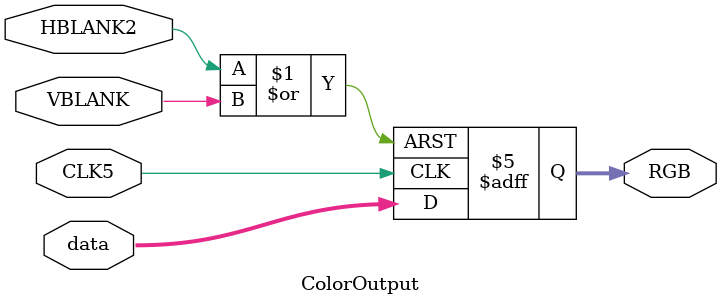
<source format=v>
module ColorOutput
(
   input CLK5, 
   input VBLANK, HBLANK2, 
   input [8:0] data,
  
   output reg [8:0] RGB
);

wire clr_n = ~(HBLANK2 | VBLANK);

always @(posedge CLK5 or negedge clr_n)
begin
   if (clr_n == 1'b0) RGB <= #1 9'd0;
   else RGB <= #1 data;
end

endmodule
</source>
